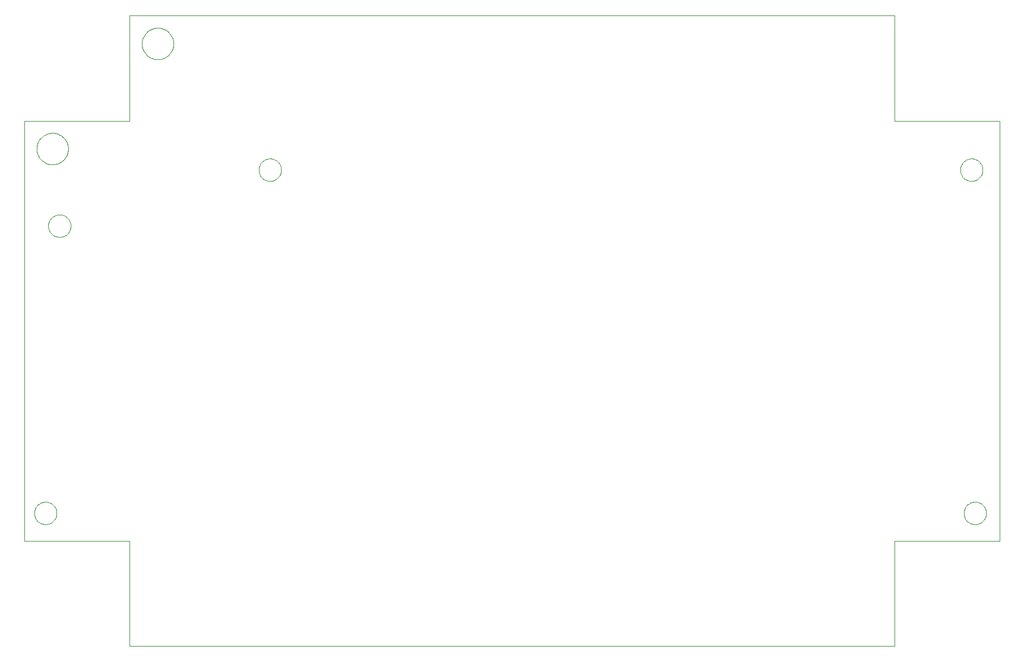
<source format=gbp>
G75*
G70*
%OFA0B0*%
%FSLAX24Y24*%
%IPPOS*%
%LPD*%
%AMOC8*
5,1,8,0,0,1.08239X$1,22.5*
%
%ADD10C,0.0000*%
D10*
X008939Y004759D02*
X008939Y010664D01*
X003033Y010664D01*
X003033Y034286D01*
X008939Y034286D01*
X008939Y040192D01*
X051852Y040192D01*
X051852Y034286D01*
X057758Y034286D01*
X057758Y010664D01*
X051852Y010664D01*
X051852Y004759D01*
X008939Y004759D01*
X003584Y012239D02*
X003586Y012289D01*
X003592Y012339D01*
X003602Y012388D01*
X003616Y012436D01*
X003633Y012483D01*
X003654Y012528D01*
X003679Y012572D01*
X003707Y012613D01*
X003739Y012652D01*
X003773Y012689D01*
X003810Y012723D01*
X003850Y012753D01*
X003892Y012780D01*
X003936Y012804D01*
X003982Y012825D01*
X004029Y012841D01*
X004077Y012854D01*
X004127Y012863D01*
X004176Y012868D01*
X004227Y012869D01*
X004277Y012866D01*
X004326Y012859D01*
X004375Y012848D01*
X004423Y012833D01*
X004469Y012815D01*
X004514Y012793D01*
X004557Y012767D01*
X004598Y012738D01*
X004637Y012706D01*
X004673Y012671D01*
X004705Y012633D01*
X004735Y012593D01*
X004762Y012550D01*
X004785Y012506D01*
X004804Y012460D01*
X004820Y012412D01*
X004832Y012363D01*
X004840Y012314D01*
X004844Y012264D01*
X004844Y012214D01*
X004840Y012164D01*
X004832Y012115D01*
X004820Y012066D01*
X004804Y012018D01*
X004785Y011972D01*
X004762Y011928D01*
X004735Y011885D01*
X004705Y011845D01*
X004673Y011807D01*
X004637Y011772D01*
X004598Y011740D01*
X004557Y011711D01*
X004514Y011685D01*
X004469Y011663D01*
X004423Y011645D01*
X004375Y011630D01*
X004326Y011619D01*
X004277Y011612D01*
X004227Y011609D01*
X004176Y011610D01*
X004127Y011615D01*
X004077Y011624D01*
X004029Y011637D01*
X003982Y011653D01*
X003936Y011674D01*
X003892Y011698D01*
X003850Y011725D01*
X003810Y011755D01*
X003773Y011789D01*
X003739Y011826D01*
X003707Y011865D01*
X003679Y011906D01*
X003654Y011950D01*
X003633Y011995D01*
X003616Y012042D01*
X003602Y012090D01*
X003592Y012139D01*
X003586Y012189D01*
X003584Y012239D01*
X004372Y028381D02*
X004374Y028431D01*
X004380Y028481D01*
X004390Y028530D01*
X004404Y028578D01*
X004421Y028625D01*
X004442Y028670D01*
X004467Y028714D01*
X004495Y028755D01*
X004527Y028794D01*
X004561Y028831D01*
X004598Y028865D01*
X004638Y028895D01*
X004680Y028922D01*
X004724Y028946D01*
X004770Y028967D01*
X004817Y028983D01*
X004865Y028996D01*
X004915Y029005D01*
X004964Y029010D01*
X005015Y029011D01*
X005065Y029008D01*
X005114Y029001D01*
X005163Y028990D01*
X005211Y028975D01*
X005257Y028957D01*
X005302Y028935D01*
X005345Y028909D01*
X005386Y028880D01*
X005425Y028848D01*
X005461Y028813D01*
X005493Y028775D01*
X005523Y028735D01*
X005550Y028692D01*
X005573Y028648D01*
X005592Y028602D01*
X005608Y028554D01*
X005620Y028505D01*
X005628Y028456D01*
X005632Y028406D01*
X005632Y028356D01*
X005628Y028306D01*
X005620Y028257D01*
X005608Y028208D01*
X005592Y028160D01*
X005573Y028114D01*
X005550Y028070D01*
X005523Y028027D01*
X005493Y027987D01*
X005461Y027949D01*
X005425Y027914D01*
X005386Y027882D01*
X005345Y027853D01*
X005302Y027827D01*
X005257Y027805D01*
X005211Y027787D01*
X005163Y027772D01*
X005114Y027761D01*
X005065Y027754D01*
X005015Y027751D01*
X004964Y027752D01*
X004915Y027757D01*
X004865Y027766D01*
X004817Y027779D01*
X004770Y027795D01*
X004724Y027816D01*
X004680Y027840D01*
X004638Y027867D01*
X004598Y027897D01*
X004561Y027931D01*
X004527Y027968D01*
X004495Y028007D01*
X004467Y028048D01*
X004442Y028092D01*
X004421Y028137D01*
X004404Y028184D01*
X004390Y028232D01*
X004380Y028281D01*
X004374Y028331D01*
X004372Y028381D01*
X003722Y032712D02*
X003724Y032771D01*
X003730Y032830D01*
X003740Y032888D01*
X003753Y032946D01*
X003771Y033003D01*
X003792Y033058D01*
X003817Y033112D01*
X003846Y033164D01*
X003878Y033213D01*
X003913Y033261D01*
X003951Y033306D01*
X003992Y033349D01*
X004036Y033389D01*
X004082Y033425D01*
X004131Y033459D01*
X004182Y033489D01*
X004235Y033516D01*
X004290Y033539D01*
X004345Y033558D01*
X004403Y033574D01*
X004461Y033586D01*
X004519Y033594D01*
X004578Y033598D01*
X004638Y033598D01*
X004697Y033594D01*
X004755Y033586D01*
X004813Y033574D01*
X004871Y033558D01*
X004926Y033539D01*
X004981Y033516D01*
X005034Y033489D01*
X005085Y033459D01*
X005134Y033425D01*
X005180Y033389D01*
X005224Y033349D01*
X005265Y033306D01*
X005303Y033261D01*
X005338Y033213D01*
X005370Y033164D01*
X005399Y033112D01*
X005424Y033058D01*
X005445Y033003D01*
X005463Y032946D01*
X005476Y032888D01*
X005486Y032830D01*
X005492Y032771D01*
X005494Y032712D01*
X005492Y032653D01*
X005486Y032594D01*
X005476Y032536D01*
X005463Y032478D01*
X005445Y032421D01*
X005424Y032366D01*
X005399Y032312D01*
X005370Y032260D01*
X005338Y032211D01*
X005303Y032163D01*
X005265Y032118D01*
X005224Y032075D01*
X005180Y032035D01*
X005134Y031999D01*
X005085Y031965D01*
X005034Y031935D01*
X004981Y031908D01*
X004926Y031885D01*
X004871Y031866D01*
X004813Y031850D01*
X004755Y031838D01*
X004697Y031830D01*
X004638Y031826D01*
X004578Y031826D01*
X004519Y031830D01*
X004461Y031838D01*
X004403Y031850D01*
X004345Y031866D01*
X004290Y031885D01*
X004235Y031908D01*
X004182Y031935D01*
X004131Y031965D01*
X004082Y031999D01*
X004036Y032035D01*
X003992Y032075D01*
X003951Y032118D01*
X003913Y032163D01*
X003878Y032211D01*
X003846Y032260D01*
X003817Y032312D01*
X003792Y032366D01*
X003771Y032421D01*
X003753Y032478D01*
X003740Y032536D01*
X003730Y032594D01*
X003724Y032653D01*
X003722Y032712D01*
X009628Y038617D02*
X009630Y038676D01*
X009636Y038735D01*
X009646Y038793D01*
X009659Y038851D01*
X009677Y038908D01*
X009698Y038963D01*
X009723Y039017D01*
X009752Y039069D01*
X009784Y039118D01*
X009819Y039166D01*
X009857Y039211D01*
X009898Y039254D01*
X009942Y039294D01*
X009988Y039330D01*
X010037Y039364D01*
X010088Y039394D01*
X010141Y039421D01*
X010196Y039444D01*
X010251Y039463D01*
X010309Y039479D01*
X010367Y039491D01*
X010425Y039499D01*
X010484Y039503D01*
X010544Y039503D01*
X010603Y039499D01*
X010661Y039491D01*
X010719Y039479D01*
X010777Y039463D01*
X010832Y039444D01*
X010887Y039421D01*
X010940Y039394D01*
X010991Y039364D01*
X011040Y039330D01*
X011086Y039294D01*
X011130Y039254D01*
X011171Y039211D01*
X011209Y039166D01*
X011244Y039118D01*
X011276Y039069D01*
X011305Y039017D01*
X011330Y038963D01*
X011351Y038908D01*
X011369Y038851D01*
X011382Y038793D01*
X011392Y038735D01*
X011398Y038676D01*
X011400Y038617D01*
X011398Y038558D01*
X011392Y038499D01*
X011382Y038441D01*
X011369Y038383D01*
X011351Y038326D01*
X011330Y038271D01*
X011305Y038217D01*
X011276Y038165D01*
X011244Y038116D01*
X011209Y038068D01*
X011171Y038023D01*
X011130Y037980D01*
X011086Y037940D01*
X011040Y037904D01*
X010991Y037870D01*
X010940Y037840D01*
X010887Y037813D01*
X010832Y037790D01*
X010777Y037771D01*
X010719Y037755D01*
X010661Y037743D01*
X010603Y037735D01*
X010544Y037731D01*
X010484Y037731D01*
X010425Y037735D01*
X010367Y037743D01*
X010309Y037755D01*
X010251Y037771D01*
X010196Y037790D01*
X010141Y037813D01*
X010088Y037840D01*
X010037Y037870D01*
X009988Y037904D01*
X009942Y037940D01*
X009898Y037980D01*
X009857Y038023D01*
X009819Y038068D01*
X009784Y038116D01*
X009752Y038165D01*
X009723Y038217D01*
X009698Y038271D01*
X009677Y038326D01*
X009659Y038383D01*
X009646Y038441D01*
X009636Y038499D01*
X009630Y038558D01*
X009628Y038617D01*
X016183Y031530D02*
X016185Y031580D01*
X016191Y031630D01*
X016201Y031679D01*
X016215Y031727D01*
X016232Y031774D01*
X016253Y031819D01*
X016278Y031863D01*
X016306Y031904D01*
X016338Y031943D01*
X016372Y031980D01*
X016409Y032014D01*
X016449Y032044D01*
X016491Y032071D01*
X016535Y032095D01*
X016581Y032116D01*
X016628Y032132D01*
X016676Y032145D01*
X016726Y032154D01*
X016775Y032159D01*
X016826Y032160D01*
X016876Y032157D01*
X016925Y032150D01*
X016974Y032139D01*
X017022Y032124D01*
X017068Y032106D01*
X017113Y032084D01*
X017156Y032058D01*
X017197Y032029D01*
X017236Y031997D01*
X017272Y031962D01*
X017304Y031924D01*
X017334Y031884D01*
X017361Y031841D01*
X017384Y031797D01*
X017403Y031751D01*
X017419Y031703D01*
X017431Y031654D01*
X017439Y031605D01*
X017443Y031555D01*
X017443Y031505D01*
X017439Y031455D01*
X017431Y031406D01*
X017419Y031357D01*
X017403Y031309D01*
X017384Y031263D01*
X017361Y031219D01*
X017334Y031176D01*
X017304Y031136D01*
X017272Y031098D01*
X017236Y031063D01*
X017197Y031031D01*
X017156Y031002D01*
X017113Y030976D01*
X017068Y030954D01*
X017022Y030936D01*
X016974Y030921D01*
X016925Y030910D01*
X016876Y030903D01*
X016826Y030900D01*
X016775Y030901D01*
X016726Y030906D01*
X016676Y030915D01*
X016628Y030928D01*
X016581Y030944D01*
X016535Y030965D01*
X016491Y030989D01*
X016449Y031016D01*
X016409Y031046D01*
X016372Y031080D01*
X016338Y031117D01*
X016306Y031156D01*
X016278Y031197D01*
X016253Y031241D01*
X016232Y031286D01*
X016215Y031333D01*
X016201Y031381D01*
X016191Y031430D01*
X016185Y031480D01*
X016183Y031530D01*
X055553Y031530D02*
X055555Y031580D01*
X055561Y031630D01*
X055571Y031679D01*
X055585Y031727D01*
X055602Y031774D01*
X055623Y031819D01*
X055648Y031863D01*
X055676Y031904D01*
X055708Y031943D01*
X055742Y031980D01*
X055779Y032014D01*
X055819Y032044D01*
X055861Y032071D01*
X055905Y032095D01*
X055951Y032116D01*
X055998Y032132D01*
X056046Y032145D01*
X056096Y032154D01*
X056145Y032159D01*
X056196Y032160D01*
X056246Y032157D01*
X056295Y032150D01*
X056344Y032139D01*
X056392Y032124D01*
X056438Y032106D01*
X056483Y032084D01*
X056526Y032058D01*
X056567Y032029D01*
X056606Y031997D01*
X056642Y031962D01*
X056674Y031924D01*
X056704Y031884D01*
X056731Y031841D01*
X056754Y031797D01*
X056773Y031751D01*
X056789Y031703D01*
X056801Y031654D01*
X056809Y031605D01*
X056813Y031555D01*
X056813Y031505D01*
X056809Y031455D01*
X056801Y031406D01*
X056789Y031357D01*
X056773Y031309D01*
X056754Y031263D01*
X056731Y031219D01*
X056704Y031176D01*
X056674Y031136D01*
X056642Y031098D01*
X056606Y031063D01*
X056567Y031031D01*
X056526Y031002D01*
X056483Y030976D01*
X056438Y030954D01*
X056392Y030936D01*
X056344Y030921D01*
X056295Y030910D01*
X056246Y030903D01*
X056196Y030900D01*
X056145Y030901D01*
X056096Y030906D01*
X056046Y030915D01*
X055998Y030928D01*
X055951Y030944D01*
X055905Y030965D01*
X055861Y030989D01*
X055819Y031016D01*
X055779Y031046D01*
X055742Y031080D01*
X055708Y031117D01*
X055676Y031156D01*
X055648Y031197D01*
X055623Y031241D01*
X055602Y031286D01*
X055585Y031333D01*
X055571Y031381D01*
X055561Y031430D01*
X055555Y031480D01*
X055553Y031530D01*
X055750Y012239D02*
X055752Y012289D01*
X055758Y012339D01*
X055768Y012388D01*
X055782Y012436D01*
X055799Y012483D01*
X055820Y012528D01*
X055845Y012572D01*
X055873Y012613D01*
X055905Y012652D01*
X055939Y012689D01*
X055976Y012723D01*
X056016Y012753D01*
X056058Y012780D01*
X056102Y012804D01*
X056148Y012825D01*
X056195Y012841D01*
X056243Y012854D01*
X056293Y012863D01*
X056342Y012868D01*
X056393Y012869D01*
X056443Y012866D01*
X056492Y012859D01*
X056541Y012848D01*
X056589Y012833D01*
X056635Y012815D01*
X056680Y012793D01*
X056723Y012767D01*
X056764Y012738D01*
X056803Y012706D01*
X056839Y012671D01*
X056871Y012633D01*
X056901Y012593D01*
X056928Y012550D01*
X056951Y012506D01*
X056970Y012460D01*
X056986Y012412D01*
X056998Y012363D01*
X057006Y012314D01*
X057010Y012264D01*
X057010Y012214D01*
X057006Y012164D01*
X056998Y012115D01*
X056986Y012066D01*
X056970Y012018D01*
X056951Y011972D01*
X056928Y011928D01*
X056901Y011885D01*
X056871Y011845D01*
X056839Y011807D01*
X056803Y011772D01*
X056764Y011740D01*
X056723Y011711D01*
X056680Y011685D01*
X056635Y011663D01*
X056589Y011645D01*
X056541Y011630D01*
X056492Y011619D01*
X056443Y011612D01*
X056393Y011609D01*
X056342Y011610D01*
X056293Y011615D01*
X056243Y011624D01*
X056195Y011637D01*
X056148Y011653D01*
X056102Y011674D01*
X056058Y011698D01*
X056016Y011725D01*
X055976Y011755D01*
X055939Y011789D01*
X055905Y011826D01*
X055873Y011865D01*
X055845Y011906D01*
X055820Y011950D01*
X055799Y011995D01*
X055782Y012042D01*
X055768Y012090D01*
X055758Y012139D01*
X055752Y012189D01*
X055750Y012239D01*
M02*

</source>
